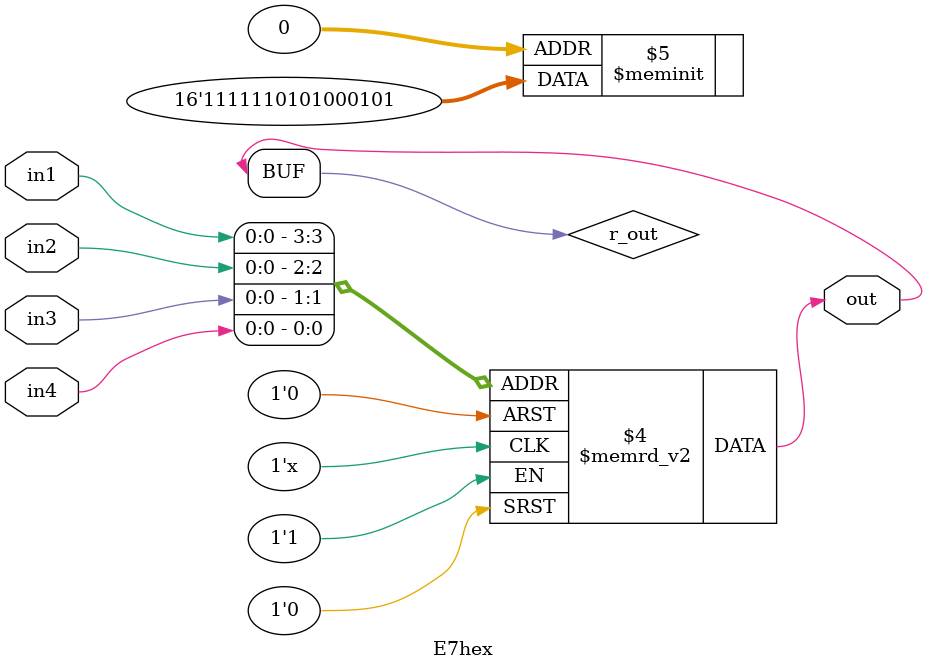
<source format=v>
module E7hex(output out, input in1, in2, in3, in4);
  reg r_out;
  assign out = r_out;
  always@(in1, in2, in3, in4)
    begin
      case({in1, in2, in3, in4})
        4'b0000: out = 1'b1;
        4'b0001: out = 1'b0;
        4'b0010: out = 1'b1;
        4'b0011: out = 1'b0;
        4'b0100: out = 1'b0;
        4'b0101: out = 1'b0;
        4'b0110: out = 1'b1;
        4'b0111: out = 1'b0;
	4'b1000: out = 1'b1;
        4'b1001: out = 1'b0;
        4'b1010: out = 1'b1;
        4'b1011: out = 1'b1;
        4'b1100: out = 1'b1;
        4'b1101: out = 1'b1;
        4'b1110: out = 1'b1;
        4'b1111: out = 1'b1;
	
        default: out = 1'b0;
      endcase
    end
endmodule

</source>
